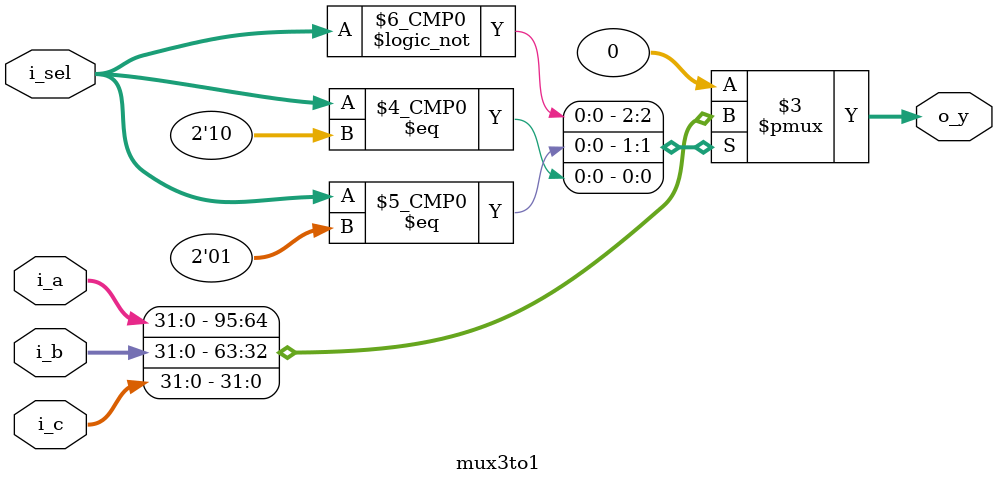
<source format=sv>
module mux3to1(
  input  logic [31:0] i_a, i_b, i_c,
  input  logic [1:0] i_sel,
  output logic [31:0] o_y
);
  always_comb begin
    case(i_sel)
	   2'b00  : o_y = i_a  ;
		2'b01  : o_y = i_b  ;
		2'b10  : o_y = i_c  ;
		default: o_y = 32'b0;
	 endcase
  end
endmodule
</source>
